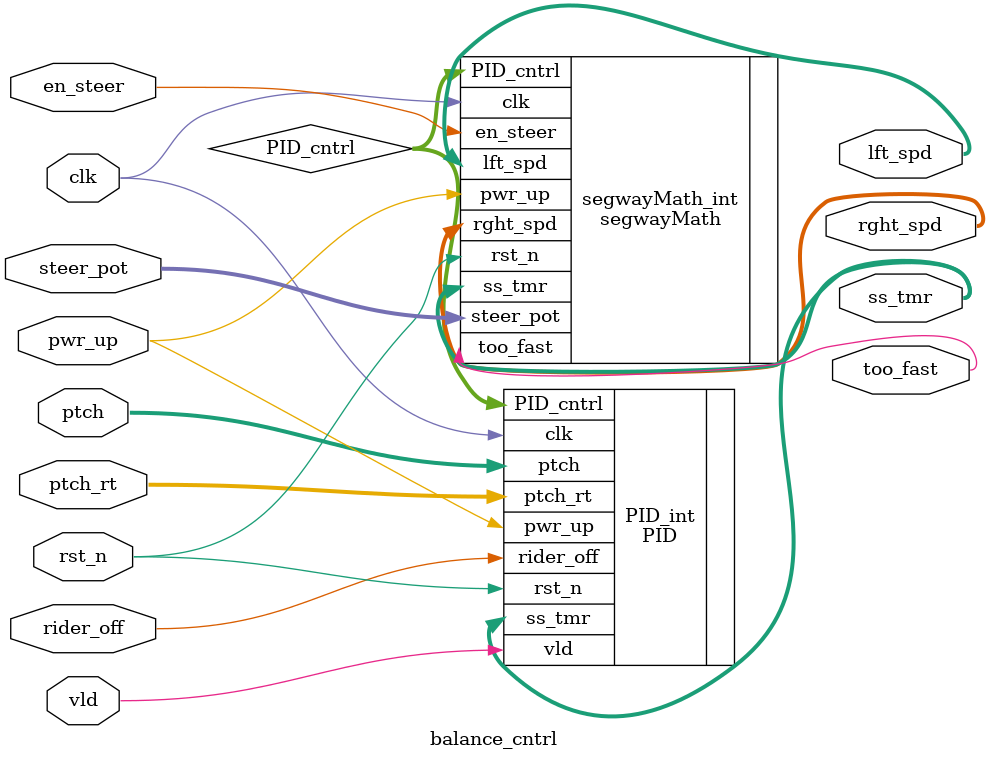
<source format=sv>
module balance_cntrl(clk, rst_n, vld, ptch, ptch_rt, pwr_up, rider_off, steer_pot, en_steer, lft_spd, rght_spd, too_fast, ss_tmr);

//Primary input and outputs
input clk,rst_n, pwr_up, vld, rider_off;
input en_steer;
input signed [15:0] ptch,ptch_rt;
input[11:0] steer_pot;

//To indicate when the speed is too high
output reg too_fast;

// 11-bit unsigned speed of the motor 
output reg signed [11:0] lft_spd, rght_spd;
output reg [7:0]ss_tmr;
logic signed [11:0] PID_cntrl, steer_pot, steer_pot_scaled;
logic signed [12:0] left_shaped, rght_shaped;
logic signed [12:0] lft_torque, rght_torque;

//Parameterised fastsim
parameter fast_sim=1;

//Instantiating PID
PID PID_int(.clk(clk), .rst_n(rst_n), .ptch(ptch), .ptch_rt(ptch_rt), .pwr_up(pwr_up), 
		.vld(vld), .rider_off(rider_off), .PID_cntrl(PID_cntrl), .ss_tmr(ss_tmr));
//Instantiating Segway
segwayMath segwayMath_int(.PID_cntrl(PID_cntrl), .ss_tmr(ss_tmr), .steer_pot(steer_pot), 
				.en_steer(en_steer), .pwr_up(pwr_up), .lft_spd(lft_spd), 
				.rght_spd(rght_spd), .too_fast(too_fast), .clk(clk), .rst_n(rst_n));

endmodule 
</source>
